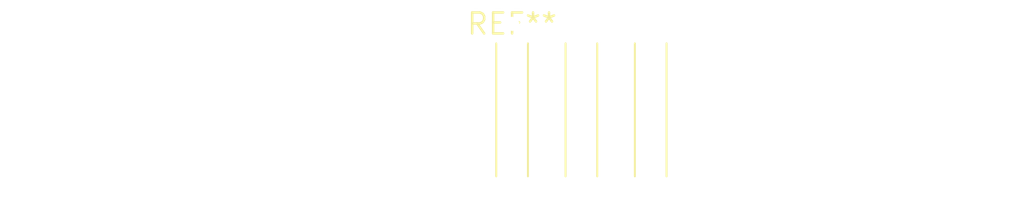
<source format=kicad_pcb>
(kicad_pcb (version 20240108) (generator pcbnew)
  (layers (0 "F.Cu" signal) (31 "B.Cu" signal) (34 "B.Paste" user) (35 "F.Paste" user) (36 "B.SilkS" user "B.Silkscreen") (37 "F.SilkS" user "F.Silkscreen") (38 "B.Mask" user) (39 "F.Mask" user) (44 "Edge.Cuts" user))
  (net 0 "")
  (footprint "SolderWire-0.25sqmm_1x03_P4.2mm_D0.65mm_OD1.7mm_Relief" (layer "F.Cu") (at 0 0)
    (property "Reference" "REF**")
    (property "Value" "SolderWire-0.25sqmm_1x03_P4.2mm_D0.65mm_OD1.7mm_Relief")
    (fp_line (start -0.96 1.185) (end -0.96 9.24) (layer "F.SilkS") (stroke (width 0.12)))
    (fp_line (start 0.96 1.185) (end 0.96 9.24) (layer "F.SilkS") (stroke (width 0.12)))
    (fp_line (start 3.24 1.185) (end 3.24 9.24) (layer "F.SilkS") (stroke (width 0.12)))
    (fp_line (start 5.16 1.185) (end 5.16 9.24) (layer "F.SilkS") (stroke (width 0.12)))
    (fp_line (start 7.44 1.185) (end 7.44 9.24) (layer "F.SilkS") (stroke (width 0.12)))
    (fp_line (start 9.36 1.185) (end 9.36 9.24) (layer "F.SilkS") (stroke (width 0.12)))
    (pad "" np_thru_hole circle (at 0 10.2) (size 2.2 2.2) (drill 2.2) (layers *.Cu *.Mask))
    (pad "" np_thru_hole circle (at 4.2 10.2) (size 2.2 2.2) (drill 2.2) (layers *.Cu *.Mask))
    (pad "" np_thru_hole circle (at 8.4 10.2) (size 2.2 2.2) (drill 2.2) (layers *.Cu *.Mask))
    (pad "1" thru_hole roundrect (at 0 0) (size 1.85 1.85) (drill 0.85) (layers *.Cu *.Mask) (remove_unused_layers) (roundrect_rratio 0.135135))
    (pad "2" thru_hole circle (at 4.2 0) (size 1.85 1.85) (drill 0.85) (layers *.Cu *.Mask) (remove_unused_layers))
    (pad "3" thru_hole circle (at 8.4 0) (size 1.85 1.85) (drill 0.85) (layers *.Cu *.Mask) (remove_unused_layers))
  )
)
</source>
